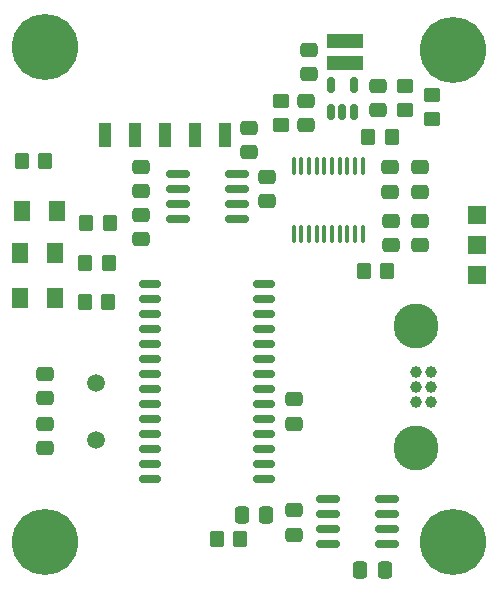
<source format=gts>
G04 #@! TF.GenerationSoftware,KiCad,Pcbnew,8.0.9-8.0.9-0~ubuntu24.04.1*
G04 #@! TF.CreationDate,2025-06-07T19:12:40-04:00*
G04 #@! TF.ProjectId,Sensor Board,53656e73-6f72-4204-926f-6172642e6b69,rev?*
G04 #@! TF.SameCoordinates,Original*
G04 #@! TF.FileFunction,Soldermask,Top*
G04 #@! TF.FilePolarity,Negative*
%FSLAX46Y46*%
G04 Gerber Fmt 4.6, Leading zero omitted, Abs format (unit mm)*
G04 Created by KiCad (PCBNEW 8.0.9-8.0.9-0~ubuntu24.04.1) date 2025-06-07 19:12:40*
%MOMM*%
%LPD*%
G01*
G04 APERTURE LIST*
G04 Aperture macros list*
%AMRoundRect*
0 Rectangle with rounded corners*
0 $1 Rounding radius*
0 $2 $3 $4 $5 $6 $7 $8 $9 X,Y pos of 4 corners*
0 Add a 4 corners polygon primitive as box body*
4,1,4,$2,$3,$4,$5,$6,$7,$8,$9,$2,$3,0*
0 Add four circle primitives for the rounded corners*
1,1,$1+$1,$2,$3*
1,1,$1+$1,$4,$5*
1,1,$1+$1,$6,$7*
1,1,$1+$1,$8,$9*
0 Add four rect primitives between the rounded corners*
20,1,$1+$1,$2,$3,$4,$5,0*
20,1,$1+$1,$4,$5,$6,$7,0*
20,1,$1+$1,$6,$7,$8,$9,0*
20,1,$1+$1,$8,$9,$2,$3,0*%
G04 Aperture macros list end*
%ADD10RoundRect,0.250000X-0.475000X0.337500X-0.475000X-0.337500X0.475000X-0.337500X0.475000X0.337500X0*%
%ADD11RoundRect,0.250000X-0.450000X0.350000X-0.450000X-0.350000X0.450000X-0.350000X0.450000X0.350000X0*%
%ADD12RoundRect,0.150000X0.150000X-0.512500X0.150000X0.512500X-0.150000X0.512500X-0.150000X-0.512500X0*%
%ADD13R,1.000000X2.000000*%
%ADD14RoundRect,0.250000X0.337500X0.475000X-0.337500X0.475000X-0.337500X-0.475000X0.337500X-0.475000X0*%
%ADD15RoundRect,0.250000X0.350000X0.450000X-0.350000X0.450000X-0.350000X-0.450000X0.350000X-0.450000X0*%
%ADD16R,1.500000X1.500000*%
%ADD17C,3.800000*%
%ADD18C,1.000000*%
%ADD19RoundRect,0.250000X0.475000X-0.337500X0.475000X0.337500X-0.475000X0.337500X-0.475000X-0.337500X0*%
%ADD20RoundRect,0.250000X-0.350000X-0.450000X0.350000X-0.450000X0.350000X0.450000X-0.350000X0.450000X0*%
%ADD21RoundRect,0.150000X-0.825000X-0.150000X0.825000X-0.150000X0.825000X0.150000X-0.825000X0.150000X0*%
%ADD22RoundRect,0.250001X0.462499X0.624999X-0.462499X0.624999X-0.462499X-0.624999X0.462499X-0.624999X0*%
%ADD23C,5.600000*%
%ADD24R,3.100000X1.300000*%
%ADD25RoundRect,0.250000X-0.337500X-0.475000X0.337500X-0.475000X0.337500X0.475000X-0.337500X0.475000X0*%
%ADD26RoundRect,0.100000X-0.100000X0.637500X-0.100000X-0.637500X0.100000X-0.637500X0.100000X0.637500X0*%
%ADD27C,1.500000*%
%ADD28RoundRect,0.150000X-0.750000X-0.150000X0.750000X-0.150000X0.750000X0.150000X-0.750000X0.150000X0*%
G04 APERTURE END LIST*
D10*
X185420000Y-90297000D03*
X185420000Y-92372000D03*
D11*
X205384400Y-63008000D03*
X205384400Y-65008000D03*
D12*
X209616000Y-63925000D03*
X210566000Y-63925000D03*
X211516000Y-63925000D03*
X211516000Y-61650000D03*
X209616000Y-61650000D03*
D13*
X190500000Y-65887500D03*
X193040000Y-65887500D03*
X195580000Y-65887500D03*
X198120000Y-65887500D03*
X200660000Y-65887500D03*
D14*
X204110500Y-98044000D03*
X202035500Y-98044000D03*
D10*
X193548000Y-72608500D03*
X193548000Y-74683500D03*
X204216000Y-69408500D03*
X204216000Y-71483500D03*
X206502000Y-88243500D03*
X206502000Y-90318500D03*
D15*
X214360000Y-77343000D03*
X212360000Y-77343000D03*
D16*
X221996000Y-77724000D03*
D17*
X216789000Y-92342000D03*
X216789000Y-82042000D03*
D18*
X216789000Y-85942000D03*
X216789000Y-87192000D03*
X216789000Y-88442000D03*
X218039000Y-85942000D03*
X218039000Y-87192000D03*
X218039000Y-88442000D03*
D16*
X221996000Y-75184000D03*
D19*
X214680000Y-75179000D03*
X214680000Y-73104000D03*
D20*
X188865000Y-73279000D03*
X190865000Y-73279000D03*
D21*
X196661000Y-69158500D03*
X196661000Y-70428500D03*
X196661000Y-71698500D03*
X196661000Y-72968500D03*
X201611000Y-72968500D03*
X201611000Y-71698500D03*
X201611000Y-70428500D03*
X201611000Y-69158500D03*
D11*
X215900000Y-61738000D03*
X215900000Y-63738000D03*
D10*
X206451200Y-97616100D03*
X206451200Y-99691100D03*
D11*
X218186000Y-62500000D03*
X218186000Y-64500000D03*
D22*
X186272500Y-79629000D03*
X183297500Y-79629000D03*
D20*
X188799500Y-76708000D03*
X190799500Y-76708000D03*
D21*
X209361000Y-96668500D03*
X209361000Y-97938500D03*
X209361000Y-99208500D03*
X209361000Y-100478500D03*
X214311000Y-100478500D03*
X214311000Y-99208500D03*
X214311000Y-97938500D03*
X214311000Y-96668500D03*
D19*
X217170000Y-75184000D03*
X217170000Y-73109000D03*
X207772000Y-60727500D03*
X207772000Y-58652500D03*
D20*
X188738000Y-80010000D03*
X190738000Y-80010000D03*
D23*
X219964000Y-58674000D03*
X185420000Y-58420000D03*
D15*
X201930000Y-100076000D03*
X199930000Y-100076000D03*
D23*
X185420000Y-100330000D03*
D24*
X210779600Y-57924800D03*
X210779600Y-59724800D03*
D25*
X212097800Y-102717600D03*
X214172800Y-102717600D03*
D19*
X185420000Y-88159500D03*
X185420000Y-86084500D03*
X202692000Y-67331500D03*
X202692000Y-65256500D03*
D22*
X186272500Y-75819000D03*
X183297500Y-75819000D03*
D26*
X212300000Y-68523500D03*
X211650000Y-68523500D03*
X211000000Y-68523500D03*
X210350000Y-68523500D03*
X209700000Y-68523500D03*
X209050000Y-68523500D03*
X208400000Y-68523500D03*
X207750000Y-68523500D03*
X207100000Y-68523500D03*
X206450000Y-68523500D03*
X206450000Y-74248500D03*
X207100000Y-74248500D03*
X207750000Y-74248500D03*
X208400000Y-74248500D03*
X209050000Y-74248500D03*
X209700000Y-74248500D03*
X210350000Y-74248500D03*
X211000000Y-74248500D03*
X211650000Y-74248500D03*
X212300000Y-74248500D03*
D19*
X217170000Y-70660000D03*
X217170000Y-68585000D03*
D23*
X219964000Y-100330000D03*
D20*
X183404000Y-68072000D03*
X185404000Y-68072000D03*
D19*
X214630000Y-70655000D03*
X214630000Y-68580000D03*
D22*
X186399500Y-72263000D03*
X183424500Y-72263000D03*
D15*
X214775000Y-66040000D03*
X212775000Y-66040000D03*
D10*
X193548000Y-68558500D03*
X193548000Y-70633500D03*
D27*
X189720000Y-86831500D03*
X189720000Y-91711500D03*
D10*
X213614000Y-61700500D03*
X213614000Y-63775500D03*
X207518000Y-62970500D03*
X207518000Y-65045500D03*
D16*
X221996000Y-72644000D03*
D28*
X194300000Y-78486000D03*
X194300000Y-79756000D03*
X194300000Y-81026000D03*
X194300000Y-82296000D03*
X194300000Y-83566000D03*
X194300000Y-84836000D03*
X194300000Y-86106000D03*
X194300000Y-87376000D03*
X194300000Y-88646000D03*
X194300000Y-89916000D03*
X194300000Y-91186000D03*
X194300000Y-92456000D03*
X194300000Y-93726000D03*
X194300000Y-94996000D03*
X203900000Y-94996000D03*
X203900000Y-93726000D03*
X203900000Y-92456000D03*
X203900000Y-91186000D03*
X203900000Y-89916000D03*
X203900000Y-88646000D03*
X203900000Y-87376000D03*
X203900000Y-86106000D03*
X203900000Y-84836000D03*
X203900000Y-83566000D03*
X203900000Y-82296000D03*
X203900000Y-81026000D03*
X203900000Y-79756000D03*
X203900000Y-78486000D03*
M02*

</source>
